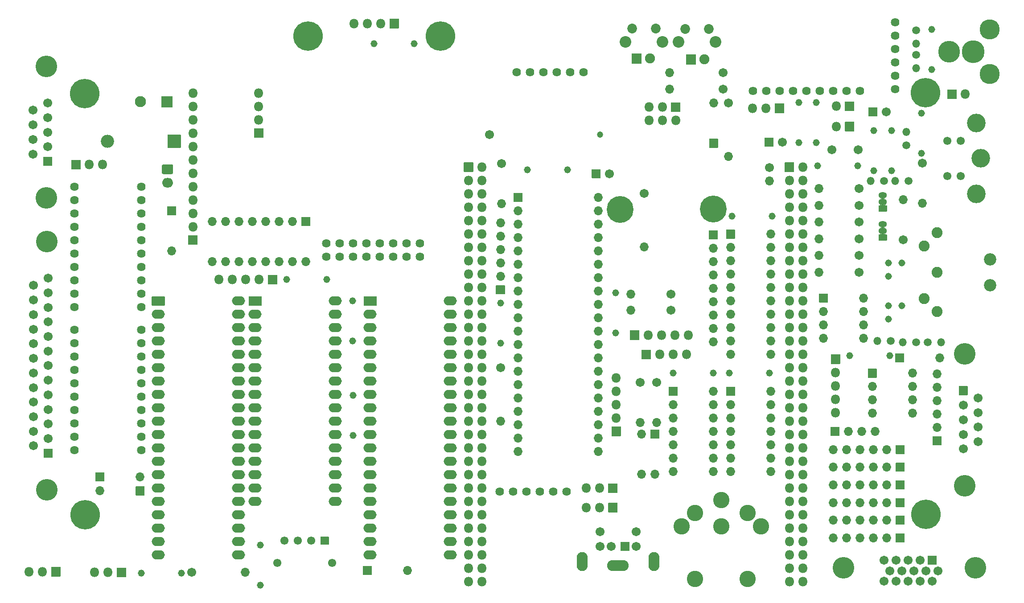
<source format=gbs>
G04 #@! TF.GenerationSoftware,KiCad,Pcbnew,(5.1.7)-1*
G04 #@! TF.CreationDate,2021-12-19T02:36:46+01:00*
G04 #@! TF.ProjectId,CR-VERSION,43522d56-4552-4534-994f-4e2e6b696361,rev?*
G04 #@! TF.SameCoordinates,Original*
G04 #@! TF.FileFunction,Soldermask,Bot*
G04 #@! TF.FilePolarity,Negative*
%FSLAX46Y46*%
G04 Gerber Fmt 4.6, Leading zero omitted, Abs format (unit mm)*
G04 Created by KiCad (PCBNEW (5.1.7)-1) date 2021-12-19 02:36:46*
%MOMM*%
%LPD*%
G01*
G04 APERTURE LIST*
%ADD10C,3.537000*%
%ADD11C,1.548000*%
%ADD12O,1.702000X1.702000*%
%ADD13O,1.802000X1.802000*%
%ADD14C,1.319000*%
%ADD15C,1.702000*%
%ADD16O,1.502000X1.502000*%
%ADD17C,1.502000*%
%ADD18C,1.552000*%
%ADD19C,2.352000*%
%ADD20C,2.082000*%
%ADD21C,1.626000*%
%ADD22C,4.102000*%
%ADD23C,2.102000*%
%ADD24O,2.502000X1.702000*%
%ADD25O,2.102000X1.802000*%
%ADD26C,3.822000*%
%ADD27C,4.137000*%
%ADD28C,4.332000*%
%ADD29C,1.316000*%
%ADD30O,1.602000X1.152000*%
%ADD31O,2.502000X2.502000*%
%ADD32C,5.102000*%
%ADD33C,5.602000*%
%ADD34C,3.102000*%
%ADD35C,2.202000*%
%ADD36C,1.852000*%
%ADD37C,1.902000*%
%ADD38O,4.102000X2.102000*%
%ADD39O,2.102000X3.602000*%
%ADD40C,1.202000*%
%ADD41C,0.100000*%
G04 APERTURE END LIST*
D10*
X254823000Y-73092000D03*
X254823000Y-59572000D03*
X255633000Y-66332000D03*
D11*
X249333000Y-62982000D03*
X249333000Y-69682000D03*
X251823000Y-62982000D03*
X251823000Y-69682000D03*
D12*
X95994000Y-126832000D03*
G36*
G01*
X87523000Y-127632000D02*
X87523000Y-126032000D01*
G75*
G02*
X87574000Y-125981000I51000J0D01*
G01*
X89174000Y-125981000D01*
G75*
G02*
X89225000Y-126032000I0J-51000D01*
G01*
X89225000Y-127632000D01*
G75*
G02*
X89174000Y-127683000I-51000J0D01*
G01*
X87574000Y-127683000D01*
G75*
G02*
X87523000Y-127632000I0J51000D01*
G01*
G37*
D13*
X88882000Y-67523000D03*
X86342000Y-67523000D03*
G36*
G01*
X84652000Y-68424000D02*
X82952000Y-68424000D01*
G75*
G02*
X82901000Y-68373000I0J51000D01*
G01*
X82901000Y-66673000D01*
G75*
G02*
X82952000Y-66622000I51000J0D01*
G01*
X84652000Y-66622000D01*
G75*
G02*
X84703000Y-66673000I0J-51000D01*
G01*
X84703000Y-68373000D01*
G75*
G02*
X84652000Y-68424000I-51000J0D01*
G01*
G37*
X228201000Y-56410500D03*
G36*
G01*
X229891000Y-55509500D02*
X231591000Y-55509500D01*
G75*
G02*
X231642000Y-55560500I0J-51000D01*
G01*
X231642000Y-57260500D01*
G75*
G02*
X231591000Y-57311500I-51000J0D01*
G01*
X229891000Y-57311500D01*
G75*
G02*
X229840000Y-57260500I0J51000D01*
G01*
X229840000Y-55560500D01*
G75*
G02*
X229891000Y-55509500I51000J0D01*
G01*
G37*
X74912000Y-144866000D03*
X77452000Y-144866000D03*
G36*
G01*
X79142000Y-143965000D02*
X80842000Y-143965000D01*
G75*
G02*
X80893000Y-144016000I0J-51000D01*
G01*
X80893000Y-145716000D01*
G75*
G02*
X80842000Y-145767000I-51000J0D01*
G01*
X79142000Y-145767000D01*
G75*
G02*
X79091000Y-145716000I0J51000D01*
G01*
X79091000Y-144016000D01*
G75*
G02*
X79142000Y-143965000I51000J0D01*
G01*
G37*
X87358000Y-144993000D03*
X89898000Y-144993000D03*
G36*
G01*
X91588000Y-144092000D02*
X93288000Y-144092000D01*
G75*
G02*
X93339000Y-144143000I0J-51000D01*
G01*
X93339000Y-145843000D01*
G75*
G02*
X93288000Y-145894000I-51000J0D01*
G01*
X91588000Y-145894000D01*
G75*
G02*
X91537000Y-145843000I0J51000D01*
G01*
X91537000Y-144143000D01*
G75*
G02*
X91588000Y-144092000I51000J0D01*
G01*
G37*
X110980000Y-89367000D03*
X113520000Y-89367000D03*
X116060000Y-89367000D03*
X118600000Y-89367000D03*
G36*
G01*
X120290000Y-88466000D02*
X121990000Y-88466000D01*
G75*
G02*
X122041000Y-88517000I0J-51000D01*
G01*
X122041000Y-90217000D01*
G75*
G02*
X121990000Y-90268000I-51000J0D01*
G01*
X120290000Y-90268000D01*
G75*
G02*
X120239000Y-90217000I0J51000D01*
G01*
X120239000Y-88517000D01*
G75*
G02*
X120290000Y-88466000I51000J0D01*
G01*
G37*
D12*
X127490000Y-85938000D03*
X109710000Y-78318000D03*
X124950000Y-85938000D03*
X112250000Y-78318000D03*
X122410000Y-85938000D03*
X114790000Y-78318000D03*
X119870000Y-85938000D03*
X117330000Y-78318000D03*
X117330000Y-85938000D03*
X119870000Y-78318000D03*
X114790000Y-85938000D03*
X122410000Y-78318000D03*
X112250000Y-85938000D03*
X124950000Y-78318000D03*
X109710000Y-85938000D03*
G36*
G01*
X126690000Y-77467000D02*
X128290000Y-77467000D01*
G75*
G02*
X128341000Y-77518000I0J-51000D01*
G01*
X128341000Y-79118000D01*
G75*
G02*
X128290000Y-79169000I-51000J0D01*
G01*
X126690000Y-79169000D01*
G75*
G02*
X126639000Y-79118000I0J51000D01*
G01*
X126639000Y-77518000D01*
G75*
G02*
X126690000Y-77467000I51000J0D01*
G01*
G37*
X101963000Y-83906000D03*
G36*
G01*
X101163000Y-75435000D02*
X102763000Y-75435000D01*
G75*
G02*
X102814000Y-75486000I0J-51000D01*
G01*
X102814000Y-77086000D01*
G75*
G02*
X102763000Y-77137000I-51000J0D01*
G01*
X101163000Y-77137000D01*
G75*
G02*
X101112000Y-77086000I0J51000D01*
G01*
X101112000Y-75486000D01*
G75*
G02*
X101163000Y-75435000I51000J0D01*
G01*
G37*
X88374000Y-129499000D03*
G36*
G01*
X96845000Y-128699000D02*
X96845000Y-130299000D01*
G75*
G02*
X96794000Y-130350000I-51000J0D01*
G01*
X95194000Y-130350000D01*
G75*
G02*
X95143000Y-130299000I0J51000D01*
G01*
X95143000Y-128699000D01*
G75*
G02*
X95194000Y-128648000I51000J0D01*
G01*
X96794000Y-128648000D01*
G75*
G02*
X96845000Y-128699000I0J-51000D01*
G01*
G37*
D14*
X123807000Y-89367000D03*
X131427000Y-89367000D03*
D15*
X232337400Y-64703600D03*
X227337400Y-64703600D03*
D13*
X228201000Y-60284000D03*
G36*
G01*
X229891000Y-59383000D02*
X231591000Y-59383000D01*
G75*
G02*
X231642000Y-59434000I0J-51000D01*
G01*
X231642000Y-61134000D01*
G75*
G02*
X231591000Y-61185000I-51000J0D01*
G01*
X229891000Y-61185000D01*
G75*
G02*
X229840000Y-61134000I0J51000D01*
G01*
X229840000Y-59434000D01*
G75*
G02*
X229891000Y-59383000I51000J0D01*
G01*
G37*
D16*
X243377500Y-49235000D03*
D17*
X243377500Y-46695000D03*
D16*
X243377500Y-44536000D03*
D17*
X243377500Y-41996000D03*
D16*
X241536000Y-61300000D03*
D17*
X241536000Y-63840000D03*
D13*
X252712000Y-54124500D03*
G36*
G01*
X251022000Y-55025500D02*
X249322000Y-55025500D01*
G75*
G02*
X249271000Y-54974500I0J51000D01*
G01*
X249271000Y-53274500D01*
G75*
G02*
X249322000Y-53223500I51000J0D01*
G01*
X251022000Y-53223500D01*
G75*
G02*
X251073000Y-53274500I0J-51000D01*
G01*
X251073000Y-54974500D01*
G75*
G02*
X251022000Y-55025500I-51000J0D01*
G01*
G37*
D16*
X239377000Y-70634500D03*
D17*
X241917000Y-70634500D03*
D16*
X234741500Y-70634500D03*
D17*
X237281500Y-70634500D03*
D16*
X240837500Y-101305000D03*
D17*
X243377500Y-101305000D03*
D16*
X236011500Y-100987500D03*
D17*
X238551500Y-100987500D03*
D16*
X248076500Y-101305000D03*
D17*
X245536500Y-101305000D03*
G36*
G01*
X131771000Y-139731999D02*
X130321000Y-139731999D01*
G75*
G02*
X130270000Y-139680999I0J51000D01*
G01*
X130270000Y-138230999D01*
G75*
G02*
X130321000Y-138179999I51000J0D01*
G01*
X131771000Y-138179999D01*
G75*
G02*
X131822000Y-138230999I0J-51000D01*
G01*
X131822000Y-139680999D01*
G75*
G02*
X131771000Y-139731999I-51000J0D01*
G01*
G37*
D18*
X128506000Y-138955999D03*
X125966000Y-138955999D03*
X123426000Y-138955999D03*
X122036000Y-143156001D03*
X132436000Y-143156001D03*
D12*
X233408000Y-92859500D03*
X225788000Y-100479500D03*
X233408000Y-95399500D03*
X225788000Y-97939500D03*
X233408000Y-97939500D03*
X225788000Y-95399500D03*
X233408000Y-100479500D03*
G36*
G01*
X224937000Y-93659500D02*
X224937000Y-92059500D01*
G75*
G02*
X224988000Y-92008500I51000J0D01*
G01*
X226588000Y-92008500D01*
G75*
G02*
X226639000Y-92059500I0J-51000D01*
G01*
X226639000Y-93659500D01*
G75*
G02*
X226588000Y-93710500I-51000J0D01*
G01*
X224988000Y-93710500D01*
G75*
G02*
X224937000Y-93659500I0J51000D01*
G01*
G37*
X247886000Y-104226000D03*
G36*
G01*
X239415000Y-105026000D02*
X239415000Y-103426000D01*
G75*
G02*
X239466000Y-103375000I51000J0D01*
G01*
X241066000Y-103375000D01*
G75*
G02*
X241117000Y-103426000I0J-51000D01*
G01*
X241117000Y-105026000D01*
G75*
G02*
X241066000Y-105077000I-51000J0D01*
G01*
X239466000Y-105077000D01*
G75*
G02*
X239415000Y-105026000I0J51000D01*
G01*
G37*
D19*
X257388000Y-90457000D03*
X257388000Y-85477000D03*
D20*
X244888000Y-92967000D03*
X244888000Y-82967000D03*
X247378000Y-95457000D03*
X247378000Y-87967000D03*
X247378000Y-80477000D03*
D21*
X149163000Y-85031000D03*
X149163000Y-82491000D03*
X146623000Y-85031000D03*
X146623000Y-82491000D03*
X144083000Y-85031000D03*
X144083000Y-82491000D03*
X141543000Y-85031000D03*
X141543000Y-82491000D03*
X139003000Y-85031000D03*
X139003000Y-82491000D03*
X136463000Y-85031000D03*
X136463000Y-82491000D03*
X133923000Y-85031000D03*
X133923000Y-82491000D03*
X131383000Y-85031000D03*
X131383000Y-82491000D03*
D22*
X252631000Y-103489000D03*
X252631000Y-128489000D03*
D15*
X255171000Y-120144000D03*
X255171000Y-117374000D03*
X255171000Y-114604000D03*
X255171000Y-111834000D03*
X252331000Y-121529000D03*
X252331000Y-118759000D03*
X252331000Y-115989000D03*
X252331000Y-113219000D03*
G36*
G01*
X253131000Y-111300000D02*
X251531000Y-111300000D01*
G75*
G02*
X251480000Y-111249000I0J51000D01*
G01*
X251480000Y-109649000D01*
G75*
G02*
X251531000Y-109598000I51000J0D01*
G01*
X253131000Y-109598000D01*
G75*
G02*
X253182000Y-109649000I0J-51000D01*
G01*
X253182000Y-111249000D01*
G75*
G02*
X253131000Y-111300000I-51000J0D01*
G01*
G37*
D12*
X247378000Y-107274000D03*
X247378000Y-109814000D03*
X247378000Y-112354000D03*
X247378000Y-114894000D03*
X247378000Y-117434000D03*
G36*
G01*
X248178000Y-120825000D02*
X246578000Y-120825000D01*
G75*
G02*
X246527000Y-120774000I0J51000D01*
G01*
X246527000Y-119174000D01*
G75*
G02*
X246578000Y-119123000I51000J0D01*
G01*
X248178000Y-119123000D01*
G75*
G02*
X248229000Y-119174000I0J-51000D01*
G01*
X248229000Y-120774000D01*
G75*
G02*
X248178000Y-120825000I-51000J0D01*
G01*
G37*
D22*
X254598000Y-144104000D03*
X229598000Y-144104000D03*
D15*
X237253000Y-146644000D03*
X239543000Y-146644000D03*
X241833000Y-146644000D03*
X244123000Y-146644000D03*
X246413000Y-146644000D03*
X238398000Y-144664000D03*
X240688000Y-144664000D03*
X242978000Y-144664000D03*
X245268000Y-144664000D03*
X247558000Y-144664000D03*
X237253000Y-142684000D03*
X239543000Y-142684000D03*
X241833000Y-142684000D03*
X244123000Y-142684000D03*
G36*
G01*
X245562000Y-143484000D02*
X245562000Y-141884000D01*
G75*
G02*
X245613000Y-141833000I51000J0D01*
G01*
X247213000Y-141833000D01*
G75*
G02*
X247264000Y-141884000I0J-51000D01*
G01*
X247264000Y-143484000D01*
G75*
G02*
X247213000Y-143535000I-51000J0D01*
G01*
X245613000Y-143535000D01*
G75*
G02*
X245562000Y-143484000I0J51000D01*
G01*
G37*
D14*
X140444000Y-44536000D03*
X148064000Y-44536000D03*
D13*
X136634000Y-40726000D03*
X139174000Y-40726000D03*
X141714000Y-40726000D03*
G36*
G01*
X145104000Y-41627000D02*
X143404000Y-41627000D01*
G75*
G02*
X143353000Y-41576000I0J51000D01*
G01*
X143353000Y-39876000D01*
G75*
G02*
X143404000Y-39825000I51000J0D01*
G01*
X145104000Y-39825000D01*
G75*
G02*
X145155000Y-39876000I0J-51000D01*
G01*
X145155000Y-41576000D01*
G75*
G02*
X145104000Y-41627000I-51000J0D01*
G01*
G37*
D23*
X96074000Y-55585000D03*
G36*
G01*
X102125000Y-54585000D02*
X102125000Y-56585000D01*
G75*
G02*
X102074000Y-56636000I-51000J0D01*
G01*
X100074000Y-56636000D01*
G75*
G02*
X100023000Y-56585000I0J51000D01*
G01*
X100023000Y-54585000D01*
G75*
G02*
X100074000Y-54534000I51000J0D01*
G01*
X102074000Y-54534000D01*
G75*
G02*
X102125000Y-54585000I0J-51000D01*
G01*
G37*
D14*
X238742000Y-61046000D03*
X238742000Y-68666000D03*
D15*
X237686000Y-57490000D03*
G36*
G01*
X234335000Y-58290000D02*
X234335000Y-56690000D01*
G75*
G02*
X234386000Y-56639000I51000J0D01*
G01*
X235986000Y-56639000D01*
G75*
G02*
X236037000Y-56690000I0J-51000D01*
G01*
X236037000Y-58290000D01*
G75*
G02*
X235986000Y-58341000I-51000J0D01*
G01*
X234386000Y-58341000D01*
G75*
G02*
X234335000Y-58290000I0J51000D01*
G01*
G37*
D14*
X235313000Y-61046000D03*
X235313000Y-68666000D03*
X136380000Y-101051000D03*
X136380000Y-93431000D03*
D24*
X154922000Y-93431000D03*
X139682000Y-141691000D03*
X154922000Y-95971000D03*
X139682000Y-139151000D03*
X154922000Y-98511000D03*
X139682000Y-136611000D03*
X154922000Y-101051000D03*
X139682000Y-134071000D03*
X154922000Y-103591000D03*
X139682000Y-131531000D03*
X154922000Y-106131000D03*
X139682000Y-128991000D03*
X154922000Y-108671000D03*
X139682000Y-126451000D03*
X154922000Y-111211000D03*
X139682000Y-123911000D03*
X154922000Y-113751000D03*
X139682000Y-121371000D03*
X154922000Y-116291000D03*
X139682000Y-118831000D03*
X154922000Y-118831000D03*
X139682000Y-116291000D03*
X154922000Y-121371000D03*
X139682000Y-113751000D03*
X154922000Y-123911000D03*
X139682000Y-111211000D03*
X154922000Y-126451000D03*
X139682000Y-108671000D03*
X154922000Y-128991000D03*
X139682000Y-106131000D03*
X154922000Y-131531000D03*
X139682000Y-103591000D03*
X154922000Y-134071000D03*
X139682000Y-101051000D03*
X154922000Y-136611000D03*
X139682000Y-98511000D03*
X154922000Y-139151000D03*
X139682000Y-95971000D03*
X154922000Y-141691000D03*
G36*
G01*
X138431000Y-94231000D02*
X138431000Y-92631000D01*
G75*
G02*
X138482000Y-92580000I51000J0D01*
G01*
X140882000Y-92580000D01*
G75*
G02*
X140933000Y-92631000I0J-51000D01*
G01*
X140933000Y-94231000D01*
G75*
G02*
X140882000Y-94282000I-51000J0D01*
G01*
X138482000Y-94282000D01*
G75*
G02*
X138431000Y-94231000I0J51000D01*
G01*
G37*
X114663000Y-93431000D03*
X99423000Y-141691000D03*
X114663000Y-95971000D03*
X99423000Y-139151000D03*
X114663000Y-98511000D03*
X99423000Y-136611000D03*
X114663000Y-101051000D03*
X99423000Y-134071000D03*
X114663000Y-103591000D03*
X99423000Y-131531000D03*
X114663000Y-106131000D03*
X99423000Y-128991000D03*
X114663000Y-108671000D03*
X99423000Y-126451000D03*
X114663000Y-111211000D03*
X99423000Y-123911000D03*
X114663000Y-113751000D03*
X99423000Y-121371000D03*
X114663000Y-116291000D03*
X99423000Y-118831000D03*
X114663000Y-118831000D03*
X99423000Y-116291000D03*
X114663000Y-121371000D03*
X99423000Y-113751000D03*
X114663000Y-123911000D03*
X99423000Y-111211000D03*
X114663000Y-126451000D03*
X99423000Y-108671000D03*
X114663000Y-128991000D03*
X99423000Y-106131000D03*
X114663000Y-131531000D03*
X99423000Y-103591000D03*
X114663000Y-134071000D03*
X99423000Y-101051000D03*
X114663000Y-136611000D03*
X99423000Y-98511000D03*
X114663000Y-139151000D03*
X99423000Y-95971000D03*
X114663000Y-141691000D03*
G36*
G01*
X98172000Y-94231000D02*
X98172000Y-92631000D01*
G75*
G02*
X98223000Y-92580000I51000J0D01*
G01*
X100623000Y-92580000D01*
G75*
G02*
X100674000Y-92631000I0J-51000D01*
G01*
X100674000Y-94231000D01*
G75*
G02*
X100623000Y-94282000I-51000J0D01*
G01*
X98223000Y-94282000D01*
G75*
G02*
X98172000Y-94231000I0J51000D01*
G01*
G37*
X133078000Y-93431000D03*
X117838000Y-131531000D03*
X133078000Y-95971000D03*
X117838000Y-128991000D03*
X133078000Y-98511000D03*
X117838000Y-126451000D03*
X133078000Y-101051000D03*
X117838000Y-123911000D03*
X133078000Y-103591000D03*
X117838000Y-121371000D03*
X133078000Y-106131000D03*
X117838000Y-118831000D03*
X133078000Y-108671000D03*
X117838000Y-116291000D03*
X133078000Y-111211000D03*
X117838000Y-113751000D03*
X133078000Y-113751000D03*
X117838000Y-111211000D03*
X133078000Y-116291000D03*
X117838000Y-108671000D03*
X133078000Y-118831000D03*
X117838000Y-106131000D03*
X133078000Y-121371000D03*
X117838000Y-103591000D03*
X133078000Y-123911000D03*
X117838000Y-101051000D03*
X133078000Y-126451000D03*
X117838000Y-98511000D03*
X133078000Y-128991000D03*
X117838000Y-95971000D03*
X133078000Y-131531000D03*
G36*
G01*
X116587000Y-94231000D02*
X116587000Y-92631000D01*
G75*
G02*
X116638000Y-92580000I51000J0D01*
G01*
X119038000Y-92580000D01*
G75*
G02*
X119089000Y-92631000I0J-51000D01*
G01*
X119089000Y-94231000D01*
G75*
G02*
X119038000Y-94282000I-51000J0D01*
G01*
X116638000Y-94282000D01*
G75*
G02*
X116587000Y-94231000I0J51000D01*
G01*
G37*
D14*
X177150000Y-68480000D03*
X169530000Y-68480000D03*
X96248000Y-145120000D03*
X103868000Y-145120000D03*
D13*
X228074000Y-114640000D03*
X228074000Y-112100000D03*
X228074000Y-109560000D03*
X228074000Y-107020000D03*
G36*
G01*
X227173000Y-105330000D02*
X227173000Y-103630000D01*
G75*
G02*
X227224000Y-103579000I51000J0D01*
G01*
X228924000Y-103579000D01*
G75*
G02*
X228975000Y-103630000I0J-51000D01*
G01*
X228975000Y-105330000D01*
G75*
G02*
X228924000Y-105381000I-51000J0D01*
G01*
X227224000Y-105381000D01*
G75*
G02*
X227173000Y-105330000I0J51000D01*
G01*
G37*
D14*
X118854000Y-139786000D03*
X118854000Y-147406000D03*
D25*
X101201000Y-70912000D03*
G36*
G01*
X100415000Y-67511000D02*
X101987000Y-67511000D01*
G75*
G02*
X102252000Y-67776000I0J-265000D01*
G01*
X102252000Y-69048000D01*
G75*
G02*
X101987000Y-69313000I-265000J0D01*
G01*
X100415000Y-69313000D01*
G75*
G02*
X100150000Y-69048000I0J265000D01*
G01*
X100150000Y-67776000D01*
G75*
G02*
X100415000Y-67511000I265000J0D01*
G01*
G37*
G36*
G01*
X227096000Y-118996000D02*
X227096000Y-117396000D01*
G75*
G02*
X227147000Y-117345000I51000J0D01*
G01*
X228747000Y-117345000D01*
G75*
G02*
X228798000Y-117396000I0J-51000D01*
G01*
X228798000Y-118996000D01*
G75*
G02*
X228747000Y-119047000I-51000J0D01*
G01*
X227147000Y-119047000D01*
G75*
G02*
X227096000Y-118996000I0J51000D01*
G01*
G37*
D12*
X230487000Y-118196000D03*
X233027000Y-118196000D03*
X235567000Y-118196000D03*
D21*
X83548000Y-92034000D03*
X83548000Y-94574000D03*
X83548000Y-89494000D03*
X83548000Y-86954000D03*
X83548000Y-84414000D03*
X83548000Y-81874000D03*
X83548000Y-79334000D03*
X83548000Y-76794000D03*
X83548000Y-74254000D03*
X83548000Y-71714000D03*
X96248000Y-71714000D03*
X96248000Y-74254000D03*
X96248000Y-76794000D03*
X96248000Y-79334000D03*
X96248000Y-81874000D03*
X96248000Y-84414000D03*
X96248000Y-86954000D03*
X96248000Y-89494000D03*
X96248000Y-94574000D03*
X96248000Y-92034000D03*
X83548000Y-119212000D03*
X83548000Y-121752000D03*
X83548000Y-116672000D03*
X83548000Y-114132000D03*
X83548000Y-111592000D03*
X83548000Y-109052000D03*
X83548000Y-106512000D03*
X83548000Y-103972000D03*
X83548000Y-101432000D03*
X83548000Y-98892000D03*
X96248000Y-98892000D03*
X96248000Y-101432000D03*
X96248000Y-103972000D03*
X96248000Y-106512000D03*
X96248000Y-109052000D03*
X96248000Y-111592000D03*
X96248000Y-114132000D03*
X96248000Y-116672000D03*
X96248000Y-121752000D03*
X96248000Y-119212000D03*
D26*
X257322500Y-50310000D03*
X257322500Y-41810000D03*
D27*
X249672500Y-46060000D03*
D28*
X254172500Y-46060000D03*
D29*
X240647000Y-94320000D03*
X238107000Y-94320000D03*
X238107000Y-96860000D03*
X240647000Y-86192000D03*
X238107000Y-86192000D03*
X238107000Y-88732000D03*
D12*
X224899000Y-87970000D03*
D15*
X232519000Y-87970000D03*
D12*
X224899000Y-84795000D03*
D15*
X232519000Y-84795000D03*
D12*
X244520500Y-74825500D03*
D15*
X244520500Y-67205500D03*
D12*
X240901000Y-74190500D03*
D15*
X240901000Y-81810500D03*
D12*
X224899000Y-81620000D03*
D15*
X232519000Y-81620000D03*
D12*
X224899000Y-78445000D03*
D15*
X232519000Y-78445000D03*
D12*
X224899000Y-75270000D03*
D15*
X232519000Y-75270000D03*
D12*
X224899000Y-72095000D03*
D15*
X232519000Y-72095000D03*
G36*
G01*
X237777500Y-81942000D02*
X236277500Y-81942000D01*
G75*
G02*
X236226500Y-81891000I0J51000D01*
G01*
X236226500Y-80841000D01*
G75*
G02*
X236277500Y-80790000I51000J0D01*
G01*
X237777500Y-80790000D01*
G75*
G02*
X237828500Y-80841000I0J-51000D01*
G01*
X237828500Y-81891000D01*
G75*
G02*
X237777500Y-81942000I-51000J0D01*
G01*
G37*
D30*
X237027500Y-78826000D03*
X237027500Y-80096000D03*
G36*
G01*
X237777500Y-76417500D02*
X236277500Y-76417500D01*
G75*
G02*
X236226500Y-76366500I0J51000D01*
G01*
X236226500Y-75316500D01*
G75*
G02*
X236277500Y-75265500I51000J0D01*
G01*
X237777500Y-75265500D01*
G75*
G02*
X237828500Y-75316500I0J-51000D01*
G01*
X237828500Y-76366500D01*
G75*
G02*
X237777500Y-76417500I-51000J0D01*
G01*
G37*
X237027500Y-73301500D03*
X237027500Y-74571500D03*
D14*
X244393500Y-57744000D03*
X244393500Y-65364000D03*
X246298500Y-49489000D03*
X246298500Y-41869000D03*
X224645000Y-67777000D03*
X232265000Y-67777000D03*
D21*
X180195000Y-49997000D03*
X177655000Y-49997000D03*
X175115000Y-49997000D03*
X172575000Y-49997000D03*
X170035000Y-49997000D03*
X167495000Y-49997000D03*
D14*
X204833000Y-107147000D03*
X197213000Y-107147000D03*
X215501000Y-107147000D03*
X207881000Y-107147000D03*
X238361000Y-103845000D03*
X230741000Y-103845000D03*
X216021700Y-77302000D03*
X208401700Y-77302000D03*
D12*
X182989000Y-73746000D03*
X167749000Y-122006000D03*
X182989000Y-76286000D03*
X167749000Y-119466000D03*
X182989000Y-78826000D03*
X167749000Y-116926000D03*
X182989000Y-81366000D03*
X167749000Y-114386000D03*
X182989000Y-83906000D03*
X167749000Y-111846000D03*
X182989000Y-86446000D03*
X167749000Y-109306000D03*
X182989000Y-88986000D03*
X167749000Y-106766000D03*
X182989000Y-91526000D03*
X167749000Y-104226000D03*
X182989000Y-94066000D03*
X167749000Y-101686000D03*
X182989000Y-96606000D03*
X167749000Y-99146000D03*
X182989000Y-99146000D03*
X167749000Y-96606000D03*
X182989000Y-101686000D03*
X167749000Y-94066000D03*
X182989000Y-104226000D03*
X167749000Y-91526000D03*
X182989000Y-106766000D03*
X167749000Y-88986000D03*
X182989000Y-109306000D03*
X167749000Y-86446000D03*
X182989000Y-111846000D03*
X167749000Y-83906000D03*
X182989000Y-114386000D03*
X167749000Y-81366000D03*
X182989000Y-116926000D03*
X167749000Y-78826000D03*
X182989000Y-119466000D03*
X167749000Y-76286000D03*
X182989000Y-122006000D03*
G36*
G01*
X166898000Y-74546000D02*
X166898000Y-72946000D01*
G75*
G02*
X166949000Y-72895000I51000J0D01*
G01*
X168549000Y-72895000D01*
G75*
G02*
X168600000Y-72946000I0J-51000D01*
G01*
X168600000Y-74546000D01*
G75*
G02*
X168549000Y-74597000I-51000J0D01*
G01*
X166949000Y-74597000D01*
G75*
G02*
X166898000Y-74546000I0J51000D01*
G01*
G37*
D31*
X89771000Y-63078000D03*
G36*
G01*
X103722000Y-61878000D02*
X103722000Y-64278000D01*
G75*
G02*
X103671000Y-64329000I-51000J0D01*
G01*
X101271000Y-64329000D01*
G75*
G02*
X101220000Y-64278000I0J51000D01*
G01*
X101220000Y-61878000D01*
G75*
G02*
X101271000Y-61827000I51000J0D01*
G01*
X103671000Y-61827000D01*
G75*
G02*
X103722000Y-61878000I0J-51000D01*
G01*
G37*
D22*
X78168000Y-73848000D03*
X78168000Y-48848000D03*
D15*
X75628000Y-57193000D03*
X75628000Y-59963000D03*
X75628000Y-62733000D03*
X75628000Y-65503000D03*
X78468000Y-55808000D03*
X78468000Y-58578000D03*
X78468000Y-61348000D03*
X78468000Y-64118000D03*
G36*
G01*
X77668000Y-66037000D02*
X79268000Y-66037000D01*
G75*
G02*
X79319000Y-66088000I0J-51000D01*
G01*
X79319000Y-67688000D01*
G75*
G02*
X79268000Y-67739000I-51000J0D01*
G01*
X77668000Y-67739000D01*
G75*
G02*
X77617000Y-67688000I0J51000D01*
G01*
X77617000Y-66088000D01*
G75*
G02*
X77668000Y-66037000I51000J0D01*
G01*
G37*
D12*
X164421600Y-78610100D03*
X164421600Y-81150100D03*
X164421600Y-83690100D03*
X164421600Y-86230100D03*
X164421600Y-88770100D03*
G36*
G01*
X165221600Y-92161100D02*
X163621600Y-92161100D01*
G75*
G02*
X163570600Y-92110100I0J51000D01*
G01*
X163570600Y-90510100D01*
G75*
G02*
X163621600Y-90459100I51000J0D01*
G01*
X165221600Y-90459100D01*
G75*
G02*
X165272600Y-90510100I0J-51000D01*
G01*
X165272600Y-92110100D01*
G75*
G02*
X165221600Y-92161100I-51000J0D01*
G01*
G37*
X146794000Y-144612000D03*
G36*
G01*
X138323000Y-145412000D02*
X138323000Y-143812000D01*
G75*
G02*
X138374000Y-143761000I51000J0D01*
G01*
X139974000Y-143761000D01*
G75*
G02*
X140025000Y-143812000I0J-51000D01*
G01*
X140025000Y-145412000D01*
G75*
G02*
X139974000Y-145463000I-51000J0D01*
G01*
X138374000Y-145463000D01*
G75*
G02*
X138323000Y-145412000I0J51000D01*
G01*
G37*
D14*
X136405400Y-111338000D03*
X136405400Y-118958000D03*
D12*
X164637500Y-74952500D03*
D15*
X164637500Y-67332500D03*
D32*
X187180000Y-76032000D03*
X204833000Y-75968500D03*
D12*
X189212000Y-92161000D03*
D15*
X196832000Y-92161000D03*
D12*
X189212000Y-95209000D03*
D15*
X196832000Y-95209000D03*
D13*
X199753000Y-103591000D03*
X197213000Y-103591000D03*
X194673000Y-103591000D03*
G36*
G01*
X192983000Y-104492000D02*
X191283000Y-104492000D01*
G75*
G02*
X191232000Y-104441000I0J51000D01*
G01*
X191232000Y-102741000D01*
G75*
G02*
X191283000Y-102690000I51000J0D01*
G01*
X192983000Y-102690000D01*
G75*
G02*
X193034000Y-102741000I0J-51000D01*
G01*
X193034000Y-104441000D01*
G75*
G02*
X192983000Y-104492000I-51000J0D01*
G01*
G37*
X200070500Y-99908000D03*
X197530500Y-99908000D03*
X194990500Y-99908000D03*
X192450500Y-99908000D03*
G36*
G01*
X190760500Y-100809000D02*
X189060500Y-100809000D01*
G75*
G02*
X189009500Y-100758000I0J51000D01*
G01*
X189009500Y-99058000D01*
G75*
G02*
X189060500Y-99007000I51000J0D01*
G01*
X190760500Y-99007000D01*
G75*
G02*
X190811500Y-99058000I0J-51000D01*
G01*
X190811500Y-100758000D01*
G75*
G02*
X190760500Y-100809000I-51000J0D01*
G01*
G37*
D12*
X190990000Y-116481500D03*
D15*
X190990000Y-108861500D03*
D12*
X194101500Y-116481500D03*
D15*
X194101500Y-108861500D03*
G36*
G01*
X187319000Y-117346000D02*
X187319000Y-119046000D01*
G75*
G02*
X187268000Y-119097000I-51000J0D01*
G01*
X185568000Y-119097000D01*
G75*
G02*
X185517000Y-119046000I0J51000D01*
G01*
X185517000Y-117346000D01*
G75*
G02*
X185568000Y-117295000I51000J0D01*
G01*
X187268000Y-117295000D01*
G75*
G02*
X187319000Y-117346000I0J-51000D01*
G01*
G37*
D13*
X186418000Y-115656000D03*
X186418000Y-113116000D03*
X186418000Y-110576000D03*
X186418000Y-108036000D03*
D14*
X186291000Y-99527000D03*
X186291000Y-91907000D03*
X164447000Y-93812000D03*
X164447000Y-101432000D03*
D33*
X245160000Y-53890000D03*
D12*
X193784000Y-126324000D03*
X191244000Y-118704000D03*
X191244000Y-126324000D03*
G36*
G01*
X192984000Y-117853000D02*
X194584000Y-117853000D01*
G75*
G02*
X194635000Y-117904000I0J-51000D01*
G01*
X194635000Y-119504000D01*
G75*
G02*
X194584000Y-119555000I-51000J0D01*
G01*
X192984000Y-119555000D01*
G75*
G02*
X192933000Y-119504000I0J51000D01*
G01*
X192933000Y-117904000D01*
G75*
G02*
X192984000Y-117853000I51000J0D01*
G01*
G37*
X204833000Y-110576000D03*
X197213000Y-125816000D03*
X204833000Y-113116000D03*
X197213000Y-123276000D03*
X204833000Y-115656000D03*
X197213000Y-120736000D03*
X204833000Y-118196000D03*
X197213000Y-118196000D03*
X204833000Y-120736000D03*
X197213000Y-115656000D03*
X204833000Y-123276000D03*
X197213000Y-113116000D03*
X204833000Y-125816000D03*
G36*
G01*
X196362000Y-111376000D02*
X196362000Y-109776000D01*
G75*
G02*
X196413000Y-109725000I51000J0D01*
G01*
X198013000Y-109725000D01*
G75*
G02*
X198064000Y-109776000I0J-51000D01*
G01*
X198064000Y-111376000D01*
G75*
G02*
X198013000Y-111427000I-51000J0D01*
G01*
X196413000Y-111427000D01*
G75*
G02*
X196362000Y-111376000I0J51000D01*
G01*
G37*
D15*
X217950200Y-63230400D03*
G36*
G01*
X214599200Y-64030400D02*
X214599200Y-62430400D01*
G75*
G02*
X214650200Y-62379400I51000J0D01*
G01*
X216250200Y-62379400D01*
G75*
G02*
X216301200Y-62430400I0J-51000D01*
G01*
X216301200Y-64030400D01*
G75*
G02*
X216250200Y-64081400I-51000J0D01*
G01*
X214650200Y-64081400D01*
G75*
G02*
X214599200Y-64030400I0J51000D01*
G01*
G37*
D14*
X224441800Y-63332000D03*
X224441800Y-55712000D03*
X221073760Y-63352320D03*
X221073760Y-55732320D03*
D13*
X212338700Y-56804200D03*
X214878700Y-56804200D03*
G36*
G01*
X216568700Y-55903200D02*
X218268700Y-55903200D01*
G75*
G02*
X218319700Y-55954200I0J-51000D01*
G01*
X218319700Y-57654200D01*
G75*
G02*
X218268700Y-57705200I-51000J0D01*
G01*
X216568700Y-57705200D01*
G75*
G02*
X216517700Y-57654200I0J51000D01*
G01*
X216517700Y-55954200D01*
G75*
G02*
X216568700Y-55903200I51000J0D01*
G01*
G37*
D34*
X211373000Y-146228000D03*
X206373000Y-131228000D03*
X213873000Y-136228000D03*
X211373000Y-133728000D03*
X206373000Y-136228000D03*
X201373000Y-133728000D03*
X198873000Y-136228000D03*
X201373000Y-146228000D03*
D21*
X177020000Y-129626000D03*
X174480000Y-129626000D03*
X171940000Y-129626000D03*
X169400000Y-129626000D03*
X166860000Y-129626000D03*
X164320000Y-129626000D03*
D13*
X180703000Y-128991000D03*
X183243000Y-128991000D03*
G36*
G01*
X184933000Y-128090000D02*
X186633000Y-128090000D01*
G75*
G02*
X186684000Y-128141000I0J-51000D01*
G01*
X186684000Y-129841000D01*
G75*
G02*
X186633000Y-129892000I-51000J0D01*
G01*
X184933000Y-129892000D01*
G75*
G02*
X184882000Y-129841000I0J51000D01*
G01*
X184882000Y-128141000D01*
G75*
G02*
X184933000Y-128090000I51000J0D01*
G01*
G37*
D33*
X153017000Y-43139000D03*
X127871000Y-43139000D03*
X85480000Y-53990000D03*
X245219000Y-133944000D03*
X85540000Y-134050000D03*
D22*
X78231500Y-129253500D03*
X78231500Y-82153500D03*
D15*
X75691500Y-90468500D03*
X75691500Y-93238500D03*
X75691500Y-96008500D03*
X75691500Y-98778500D03*
X75691500Y-101548500D03*
X75691500Y-104318500D03*
X75691500Y-107088500D03*
X75691500Y-109858500D03*
X75691500Y-112628500D03*
X75691500Y-115398500D03*
X75691500Y-118168500D03*
X75691500Y-120938500D03*
X78531500Y-89083500D03*
X78531500Y-91853500D03*
X78531500Y-94623500D03*
X78531500Y-97393500D03*
X78531500Y-100163500D03*
X78531500Y-102933500D03*
X78531500Y-105703500D03*
X78531500Y-108473500D03*
X78531500Y-111243500D03*
X78531500Y-114013500D03*
X78531500Y-116783500D03*
X78531500Y-119553500D03*
G36*
G01*
X77731500Y-121472500D02*
X79331500Y-121472500D01*
G75*
G02*
X79382500Y-121523500I0J-51000D01*
G01*
X79382500Y-123123500D01*
G75*
G02*
X79331500Y-123174500I-51000J0D01*
G01*
X77731500Y-123174500D01*
G75*
G02*
X77680500Y-123123500I0J51000D01*
G01*
X77680500Y-121523500D01*
G75*
G02*
X77731500Y-121472500I51000J0D01*
G01*
G37*
D12*
X207754000Y-65999000D03*
D15*
X207754000Y-55839000D03*
D12*
X164447000Y-116291000D03*
D15*
X164447000Y-106131000D03*
D12*
X115933000Y-144993000D03*
D15*
X105773000Y-144993000D03*
D13*
X180703000Y-132674000D03*
X183243000Y-132674000D03*
G36*
G01*
X184933000Y-131773000D02*
X186633000Y-131773000D01*
G75*
G02*
X186684000Y-131824000I0J-51000D01*
G01*
X186684000Y-133524000D01*
G75*
G02*
X186633000Y-133575000I-51000J0D01*
G01*
X184933000Y-133575000D01*
G75*
G02*
X184882000Y-133524000I0J51000D01*
G01*
X184882000Y-131824000D01*
G75*
G02*
X184933000Y-131773000I51000J0D01*
G01*
G37*
D12*
X215475600Y-70621800D03*
D15*
X215475600Y-68081800D03*
D12*
X204896500Y-55839000D03*
G36*
G01*
X205696500Y-64310000D02*
X204096500Y-64310000D01*
G75*
G02*
X204045500Y-64259000I0J51000D01*
G01*
X204045500Y-62659000D01*
G75*
G02*
X204096500Y-62608000I51000J0D01*
G01*
X205696500Y-62608000D01*
G75*
G02*
X205747500Y-62659000I0J-51000D01*
G01*
X205747500Y-64259000D01*
G75*
G02*
X205696500Y-64310000I-51000J0D01*
G01*
G37*
X215755000Y-110576000D03*
X208135000Y-125816000D03*
X215755000Y-113116000D03*
X208135000Y-123276000D03*
X215755000Y-115656000D03*
X208135000Y-120736000D03*
X215755000Y-118196000D03*
X208135000Y-118196000D03*
X215755000Y-120736000D03*
X208135000Y-115656000D03*
X215755000Y-123276000D03*
X208135000Y-113116000D03*
X215755000Y-125816000D03*
G36*
G01*
X207284000Y-111376000D02*
X207284000Y-109776000D01*
G75*
G02*
X207335000Y-109725000I51000J0D01*
G01*
X208935000Y-109725000D01*
G75*
G02*
X208986000Y-109776000I0J-51000D01*
G01*
X208986000Y-111376000D01*
G75*
G02*
X208935000Y-111427000I-51000J0D01*
G01*
X207335000Y-111427000D01*
G75*
G02*
X207284000Y-111376000I0J51000D01*
G01*
G37*
X204833000Y-101178000D03*
X204833000Y-98638000D03*
X204833000Y-96098000D03*
X204833000Y-93558000D03*
X204833000Y-91018000D03*
X204833000Y-88478000D03*
X204833000Y-85938000D03*
X204833000Y-83398000D03*
G36*
G01*
X204033000Y-80007000D02*
X205633000Y-80007000D01*
G75*
G02*
X205684000Y-80058000I0J-51000D01*
G01*
X205684000Y-81658000D01*
G75*
G02*
X205633000Y-81709000I-51000J0D01*
G01*
X204033000Y-81709000D01*
G75*
G02*
X203982000Y-81658000I0J51000D01*
G01*
X203982000Y-80058000D01*
G75*
G02*
X204033000Y-80007000I51000J0D01*
G01*
G37*
X196578000Y-53172000D03*
D15*
X206738000Y-53172000D03*
D12*
X196578000Y-50060500D03*
D15*
X206738000Y-50060500D03*
D12*
X215755000Y-80731000D03*
X208135000Y-103591000D03*
X215755000Y-83271000D03*
X208135000Y-101051000D03*
X215755000Y-85811000D03*
X208135000Y-98511000D03*
X215755000Y-88351000D03*
X208135000Y-95971000D03*
X215755000Y-90891000D03*
X208135000Y-93431000D03*
X215755000Y-93431000D03*
X208135000Y-90891000D03*
X215755000Y-95971000D03*
X208135000Y-88351000D03*
X215755000Y-98511000D03*
X208135000Y-85811000D03*
X215755000Y-101051000D03*
X208135000Y-83271000D03*
X215755000Y-103591000D03*
G36*
G01*
X207284000Y-81531000D02*
X207284000Y-79931000D01*
G75*
G02*
X207335000Y-79880000I51000J0D01*
G01*
X208935000Y-79880000D01*
G75*
G02*
X208986000Y-79931000I0J-51000D01*
G01*
X208986000Y-81531000D01*
G75*
G02*
X208935000Y-81582000I-51000J0D01*
G01*
X207335000Y-81582000D01*
G75*
G02*
X207284000Y-81531000I0J51000D01*
G01*
G37*
X191688500Y-83144000D03*
D15*
X191688500Y-72984000D03*
D21*
X212351400Y-53553000D03*
X214891400Y-53553000D03*
X217431400Y-53553000D03*
X219971400Y-53553000D03*
X222511400Y-53553000D03*
X225051400Y-53553000D03*
X227591400Y-53553000D03*
X230131400Y-53553000D03*
X232671400Y-53553000D03*
X239377000Y-40472000D03*
X239377000Y-43012000D03*
X239377000Y-45552000D03*
X239377000Y-48092000D03*
X239377000Y-50632000D03*
X239377000Y-53172000D03*
D15*
X185108000Y-69237500D03*
G36*
G01*
X181757000Y-70037500D02*
X181757000Y-68437500D01*
G75*
G02*
X181808000Y-68386500I51000J0D01*
G01*
X183408000Y-68386500D01*
G75*
G02*
X183459000Y-68437500I0J-51000D01*
G01*
X183459000Y-70037500D01*
G75*
G02*
X183408000Y-70088500I-51000J0D01*
G01*
X181808000Y-70088500D01*
G75*
G02*
X181757000Y-70037500I0J51000D01*
G01*
G37*
D12*
X242679000Y-107147000D03*
X235059000Y-114767000D03*
X242679000Y-109687000D03*
X235059000Y-112227000D03*
X242679000Y-112227000D03*
X235059000Y-109687000D03*
X242679000Y-114767000D03*
G36*
G01*
X234208000Y-107947000D02*
X234208000Y-106347000D01*
G75*
G02*
X234259000Y-106296000I51000J0D01*
G01*
X235859000Y-106296000D01*
G75*
G02*
X235910000Y-106347000I0J-51000D01*
G01*
X235910000Y-107947000D01*
G75*
G02*
X235859000Y-107998000I-51000J0D01*
G01*
X234259000Y-107998000D01*
G75*
G02*
X234208000Y-107947000I0J51000D01*
G01*
G37*
D35*
X188190600Y-44181200D03*
D36*
X189440600Y-41691200D03*
X193940600Y-41691200D03*
D35*
X195200600Y-44181200D03*
D37*
X203156600Y-47538280D03*
G36*
G01*
X199665600Y-48438280D02*
X199665600Y-46638280D01*
G75*
G02*
X199716600Y-46587280I51000J0D01*
G01*
X201516600Y-46587280D01*
G75*
G02*
X201567600Y-46638280I0J-51000D01*
G01*
X201567600Y-48438280D01*
G75*
G02*
X201516600Y-48489280I-51000J0D01*
G01*
X199716600Y-48489280D01*
G75*
G02*
X199665600Y-48438280I0J51000D01*
G01*
G37*
X192818800Y-47355400D03*
G36*
G01*
X189327800Y-48255400D02*
X189327800Y-46455400D01*
G75*
G02*
X189378800Y-46404400I51000J0D01*
G01*
X191178800Y-46404400D01*
G75*
G02*
X191229800Y-46455400I0J-51000D01*
G01*
X191229800Y-48255400D01*
G75*
G02*
X191178800Y-48306400I-51000J0D01*
G01*
X189378800Y-48306400D01*
G75*
G02*
X189327800Y-48255400I0J51000D01*
G01*
G37*
D35*
X198223600Y-44206600D03*
D36*
X199473600Y-41716600D03*
X203973600Y-41716600D03*
D35*
X205233600Y-44206600D03*
D13*
X118521800Y-53908200D03*
X118521800Y-56448200D03*
X118521800Y-58988200D03*
G36*
G01*
X119422800Y-60678200D02*
X119422800Y-62378200D01*
G75*
G02*
X119371800Y-62429200I-51000J0D01*
G01*
X117671800Y-62429200D01*
G75*
G02*
X117620800Y-62378200I0J51000D01*
G01*
X117620800Y-60678200D01*
G75*
G02*
X117671800Y-60627200I51000J0D01*
G01*
X119371800Y-60627200D01*
G75*
G02*
X119422800Y-60678200I0J-51000D01*
G01*
G37*
X106025000Y-53895500D03*
X106025000Y-56435500D03*
X106025000Y-58975500D03*
X106025000Y-61515500D03*
X106025000Y-64055500D03*
X106025000Y-66595500D03*
X106025000Y-69135500D03*
X106025000Y-71675500D03*
X106025000Y-74215500D03*
X106025000Y-76755500D03*
X106025000Y-79295500D03*
G36*
G01*
X106926000Y-80985500D02*
X106926000Y-82685500D01*
G75*
G02*
X106875000Y-82736500I-51000J0D01*
G01*
X105175000Y-82736500D01*
G75*
G02*
X105124000Y-82685500I0J51000D01*
G01*
X105124000Y-80985500D01*
G75*
G02*
X105175000Y-80934500I51000J0D01*
G01*
X106875000Y-80934500D01*
G75*
G02*
X106926000Y-80985500I0J-51000D01*
G01*
G37*
D38*
X186769000Y-143690000D03*
D15*
X183369000Y-137240000D03*
X190169000Y-137240000D03*
X183369000Y-140040000D03*
X190169000Y-140040000D03*
X185469000Y-140040000D03*
G36*
G01*
X187218000Y-140840000D02*
X187218000Y-139240000D01*
G75*
G02*
X187269000Y-139189000I51000J0D01*
G01*
X188869000Y-139189000D01*
G75*
G02*
X188920000Y-139240000I0J-51000D01*
G01*
X188920000Y-140840000D01*
G75*
G02*
X188869000Y-140891000I-51000J0D01*
G01*
X187269000Y-140891000D01*
G75*
G02*
X187218000Y-140840000I0J51000D01*
G01*
G37*
D39*
X193619000Y-142890000D03*
X179919000Y-142890000D03*
D12*
X227642080Y-128350920D03*
X230182080Y-128350920D03*
X232722080Y-128350920D03*
X235262080Y-128350920D03*
X237802080Y-128350920D03*
G36*
G01*
X241193080Y-127550920D02*
X241193080Y-129150920D01*
G75*
G02*
X241142080Y-129201920I-51000J0D01*
G01*
X239542080Y-129201920D01*
G75*
G02*
X239491080Y-129150920I0J51000D01*
G01*
X239491080Y-127550920D01*
G75*
G02*
X239542080Y-127499920I51000J0D01*
G01*
X241142080Y-127499920D01*
G75*
G02*
X241193080Y-127550920I0J-51000D01*
G01*
G37*
X227647160Y-121640240D03*
X230187160Y-121640240D03*
X232727160Y-121640240D03*
X235267160Y-121640240D03*
X237807160Y-121640240D03*
G36*
G01*
X241198160Y-120840240D02*
X241198160Y-122440240D01*
G75*
G02*
X241147160Y-122491240I-51000J0D01*
G01*
X239547160Y-122491240D01*
G75*
G02*
X239496160Y-122440240I0J51000D01*
G01*
X239496160Y-120840240D01*
G75*
G02*
X239547160Y-120789240I51000J0D01*
G01*
X241147160Y-120789240D01*
G75*
G02*
X241198160Y-120840240I0J-51000D01*
G01*
G37*
X227642080Y-124998120D03*
X230182080Y-124998120D03*
X232722080Y-124998120D03*
X235262080Y-124998120D03*
X237802080Y-124998120D03*
G36*
G01*
X241193080Y-124198120D02*
X241193080Y-125798120D01*
G75*
G02*
X241142080Y-125849120I-51000J0D01*
G01*
X239542080Y-125849120D01*
G75*
G02*
X239491080Y-125798120I0J51000D01*
G01*
X239491080Y-124198120D01*
G75*
G02*
X239542080Y-124147120I51000J0D01*
G01*
X241142080Y-124147120D01*
G75*
G02*
X241193080Y-124198120I0J-51000D01*
G01*
G37*
X227647160Y-131724040D03*
X230187160Y-131724040D03*
X232727160Y-131724040D03*
X235267160Y-131724040D03*
X237807160Y-131724040D03*
G36*
G01*
X241198160Y-130924040D02*
X241198160Y-132524040D01*
G75*
G02*
X241147160Y-132575040I-51000J0D01*
G01*
X239547160Y-132575040D01*
G75*
G02*
X239496160Y-132524040I0J51000D01*
G01*
X239496160Y-130924040D01*
G75*
G02*
X239547160Y-130873040I51000J0D01*
G01*
X241147160Y-130873040D01*
G75*
G02*
X241198160Y-130924040I0J-51000D01*
G01*
G37*
X227642080Y-135081920D03*
X230182080Y-135081920D03*
X232722080Y-135081920D03*
X235262080Y-135081920D03*
X237802080Y-135081920D03*
G36*
G01*
X241193080Y-134281920D02*
X241193080Y-135881920D01*
G75*
G02*
X241142080Y-135932920I-51000J0D01*
G01*
X239542080Y-135932920D01*
G75*
G02*
X239491080Y-135881920I0J51000D01*
G01*
X239491080Y-134281920D01*
G75*
G02*
X239542080Y-134230920I51000J0D01*
G01*
X241142080Y-134230920D01*
G75*
G02*
X241193080Y-134281920I0J-51000D01*
G01*
G37*
X227637000Y-138439800D03*
X230177000Y-138439800D03*
X232717000Y-138439800D03*
X235257000Y-138439800D03*
X237797000Y-138439800D03*
G36*
G01*
X241188000Y-137639800D02*
X241188000Y-139239800D01*
G75*
G02*
X241137000Y-139290800I-51000J0D01*
G01*
X239537000Y-139290800D01*
G75*
G02*
X239486000Y-139239800I0J51000D01*
G01*
X239486000Y-137639800D01*
G75*
G02*
X239537000Y-137588800I51000J0D01*
G01*
X241137000Y-137588800D01*
G75*
G02*
X241188000Y-137639800I0J-51000D01*
G01*
G37*
D40*
X183351100Y-61839000D03*
D15*
X162351100Y-61839000D03*
D13*
X221840000Y-146740000D03*
X219300000Y-146740000D03*
X221840000Y-144200000D03*
X219300000Y-144200000D03*
X221840000Y-141660000D03*
X219300000Y-141660000D03*
X221840000Y-139120000D03*
X219300000Y-139120000D03*
X221840000Y-136580000D03*
X219300000Y-136580000D03*
X221840000Y-134040000D03*
X219300000Y-134040000D03*
X221840000Y-131500000D03*
X219300000Y-131500000D03*
X221840000Y-128960000D03*
X219300000Y-128960000D03*
X221840000Y-126420000D03*
X219300000Y-126420000D03*
X221840000Y-123880000D03*
X219300000Y-123880000D03*
X221840000Y-121340000D03*
X219300000Y-121340000D03*
X221840000Y-118800000D03*
X219300000Y-118800000D03*
X221840000Y-116260000D03*
X219300000Y-116260000D03*
X221840000Y-113720000D03*
X219300000Y-113720000D03*
X221840000Y-111180000D03*
X219300000Y-111180000D03*
X221840000Y-108640000D03*
X219300000Y-108640000D03*
X221840000Y-106100000D03*
X219300000Y-106100000D03*
X221840000Y-103560000D03*
X219300000Y-103560000D03*
X221840000Y-101020000D03*
X219300000Y-101020000D03*
X221840000Y-98480000D03*
X219300000Y-98480000D03*
X221840000Y-95940000D03*
X219300000Y-95940000D03*
X221840000Y-93400000D03*
X219300000Y-93400000D03*
X221840000Y-90860000D03*
X219300000Y-90860000D03*
X221840000Y-88320000D03*
X219300000Y-88320000D03*
X221840000Y-85780000D03*
X219300000Y-85780000D03*
X221840000Y-83240000D03*
X219300000Y-83240000D03*
X221840000Y-80700000D03*
X219300000Y-80700000D03*
X221840000Y-78160000D03*
X219300000Y-78160000D03*
X221840000Y-75620000D03*
X219300000Y-75620000D03*
X221840000Y-73080000D03*
X219300000Y-73080000D03*
X221840000Y-70540000D03*
X219300000Y-70540000D03*
X221840000Y-68000000D03*
G36*
G01*
X218399000Y-68850000D02*
X218399000Y-67150000D01*
G75*
G02*
X218450000Y-67099000I51000J0D01*
G01*
X220150000Y-67099000D01*
G75*
G02*
X220201000Y-67150000I0J-51000D01*
G01*
X220201000Y-68850000D01*
G75*
G02*
X220150000Y-68901000I-51000J0D01*
G01*
X218450000Y-68901000D01*
G75*
G02*
X218399000Y-68850000I0J51000D01*
G01*
G37*
G36*
G01*
X196871000Y-55700000D02*
X198571000Y-55700000D01*
G75*
G02*
X198622000Y-55751000I0J-51000D01*
G01*
X198622000Y-57451000D01*
G75*
G02*
X198571000Y-57502000I-51000J0D01*
G01*
X196871000Y-57502000D01*
G75*
G02*
X196820000Y-57451000I0J51000D01*
G01*
X196820000Y-55751000D01*
G75*
G02*
X196871000Y-55700000I51000J0D01*
G01*
G37*
X197721000Y-59141000D03*
X195181000Y-56601000D03*
X195181000Y-59141000D03*
X192641000Y-56601000D03*
X192641000Y-59141000D03*
G36*
G01*
X157459000Y-68850000D02*
X157459000Y-67150000D01*
G75*
G02*
X157510000Y-67099000I51000J0D01*
G01*
X159210000Y-67099000D01*
G75*
G02*
X159261000Y-67150000I0J-51000D01*
G01*
X159261000Y-68850000D01*
G75*
G02*
X159210000Y-68901000I-51000J0D01*
G01*
X157510000Y-68901000D01*
G75*
G02*
X157459000Y-68850000I0J51000D01*
G01*
G37*
X160900000Y-68000000D03*
X158360000Y-70540000D03*
X160900000Y-70540000D03*
X158360000Y-73080000D03*
X160900000Y-73080000D03*
X158360000Y-75620000D03*
X160900000Y-75620000D03*
X158360000Y-78160000D03*
X160900000Y-78160000D03*
X158360000Y-80700000D03*
X160900000Y-80700000D03*
X158360000Y-83240000D03*
X160900000Y-83240000D03*
X158360000Y-85780000D03*
X160900000Y-85780000D03*
X158360000Y-88320000D03*
X160900000Y-88320000D03*
X158360000Y-90860000D03*
X160900000Y-90860000D03*
X158360000Y-93400000D03*
X160900000Y-93400000D03*
X158360000Y-95940000D03*
X160900000Y-95940000D03*
X158360000Y-98480000D03*
X160900000Y-98480000D03*
X158360000Y-101020000D03*
X160900000Y-101020000D03*
X158360000Y-103560000D03*
X160900000Y-103560000D03*
X158360000Y-106100000D03*
X160900000Y-106100000D03*
X158360000Y-108640000D03*
X160900000Y-108640000D03*
X158360000Y-111180000D03*
X160900000Y-111180000D03*
X158360000Y-113720000D03*
X160900000Y-113720000D03*
X158360000Y-116260000D03*
X160900000Y-116260000D03*
X158360000Y-118800000D03*
X160900000Y-118800000D03*
X158360000Y-121340000D03*
X160900000Y-121340000D03*
X158360000Y-123880000D03*
X160900000Y-123880000D03*
X158360000Y-126420000D03*
X160900000Y-126420000D03*
X158360000Y-128960000D03*
X160900000Y-128960000D03*
X158360000Y-131500000D03*
X160900000Y-131500000D03*
X158360000Y-134040000D03*
X160900000Y-134040000D03*
X158360000Y-136580000D03*
X160900000Y-136580000D03*
X158360000Y-139120000D03*
X160900000Y-139120000D03*
X158360000Y-141660000D03*
X160900000Y-141660000D03*
X158360000Y-144200000D03*
X160900000Y-144200000D03*
X158360000Y-146740000D03*
X160900000Y-146740000D03*
D41*
G36*
X237577174Y-80572390D02*
G01*
X237576615Y-80574130D01*
X237563769Y-80586976D01*
X237550374Y-80607024D01*
X237541147Y-80629297D01*
X237536443Y-80652948D01*
X237536443Y-80677054D01*
X237541147Y-80700704D01*
X237550374Y-80722978D01*
X237563768Y-80743025D01*
X237580815Y-80760072D01*
X237600863Y-80773467D01*
X237623136Y-80782694D01*
X237646833Y-80787407D01*
X237658938Y-80788002D01*
X237660619Y-80789086D01*
X237660521Y-80791084D01*
X237658840Y-80792000D01*
X236396160Y-80792000D01*
X236394428Y-80791000D01*
X236394428Y-80789000D01*
X236395964Y-80788010D01*
X236420151Y-80785628D01*
X236443226Y-80778628D01*
X236464490Y-80767263D01*
X236483127Y-80751968D01*
X236498422Y-80733331D01*
X236509787Y-80712067D01*
X236516787Y-80688992D01*
X236519150Y-80665001D01*
X236516787Y-80641010D01*
X236509787Y-80617935D01*
X236498422Y-80596671D01*
X236483095Y-80577995D01*
X236481623Y-80576661D01*
X236481011Y-80574757D01*
X236482354Y-80573275D01*
X236483909Y-80573415D01*
X236582843Y-80626298D01*
X236690523Y-80658962D01*
X236802594Y-80670000D01*
X237252406Y-80670000D01*
X237364477Y-80658962D01*
X237472157Y-80626298D01*
X237571392Y-80573255D01*
X237573932Y-80571170D01*
X237575906Y-80570844D01*
X237577174Y-80572390D01*
G37*
G36*
X236575567Y-79352409D02*
G01*
X236582843Y-79356298D01*
X236690523Y-79388962D01*
X236802594Y-79400000D01*
X237252406Y-79400000D01*
X237364477Y-79388962D01*
X237472157Y-79356298D01*
X237479433Y-79352409D01*
X237481432Y-79352475D01*
X237482375Y-79354238D01*
X237481487Y-79355836D01*
X237466382Y-79365929D01*
X237449335Y-79382976D01*
X237435940Y-79403024D01*
X237426714Y-79425298D01*
X237422010Y-79448948D01*
X237422010Y-79473054D01*
X237426715Y-79496704D01*
X237435941Y-79518978D01*
X237449336Y-79539025D01*
X237466383Y-79556072D01*
X237481487Y-79566164D01*
X237482372Y-79567958D01*
X237481261Y-79569621D01*
X237479433Y-79569591D01*
X237472157Y-79565702D01*
X237364477Y-79533038D01*
X237252406Y-79522000D01*
X236802594Y-79522000D01*
X236690523Y-79533038D01*
X236582843Y-79565702D01*
X236575567Y-79569591D01*
X236573568Y-79569525D01*
X236572625Y-79567762D01*
X236573513Y-79566164D01*
X236588618Y-79556071D01*
X236605665Y-79539024D01*
X236619060Y-79518976D01*
X236628286Y-79496702D01*
X236632990Y-79473052D01*
X236632990Y-79448946D01*
X236628285Y-79425296D01*
X236619059Y-79403022D01*
X236605664Y-79382975D01*
X236588617Y-79365928D01*
X236573513Y-79355836D01*
X236572628Y-79354042D01*
X236573739Y-79352379D01*
X236575567Y-79352409D01*
G37*
G36*
X237577174Y-75047890D02*
G01*
X237576615Y-75049630D01*
X237563769Y-75062476D01*
X237550374Y-75082524D01*
X237541147Y-75104797D01*
X237536443Y-75128448D01*
X237536443Y-75152554D01*
X237541147Y-75176204D01*
X237550374Y-75198478D01*
X237563768Y-75218525D01*
X237580815Y-75235572D01*
X237600863Y-75248967D01*
X237623136Y-75258194D01*
X237646833Y-75262907D01*
X237658938Y-75263502D01*
X237660619Y-75264586D01*
X237660521Y-75266584D01*
X237658840Y-75267500D01*
X236396160Y-75267500D01*
X236394428Y-75266500D01*
X236394428Y-75264500D01*
X236395964Y-75263510D01*
X236420151Y-75261128D01*
X236443226Y-75254128D01*
X236464490Y-75242763D01*
X236483127Y-75227468D01*
X236498422Y-75208831D01*
X236509787Y-75187567D01*
X236516787Y-75164492D01*
X236519150Y-75140501D01*
X236516787Y-75116510D01*
X236509787Y-75093435D01*
X236498422Y-75072171D01*
X236483095Y-75053495D01*
X236481623Y-75052161D01*
X236481011Y-75050257D01*
X236482354Y-75048775D01*
X236483909Y-75048915D01*
X236582843Y-75101798D01*
X236690523Y-75134462D01*
X236802594Y-75145500D01*
X237252406Y-75145500D01*
X237364477Y-75134462D01*
X237472157Y-75101798D01*
X237571392Y-75048755D01*
X237573932Y-75046670D01*
X237575906Y-75046344D01*
X237577174Y-75047890D01*
G37*
G36*
X236575567Y-73827909D02*
G01*
X236582843Y-73831798D01*
X236690523Y-73864462D01*
X236802594Y-73875500D01*
X237252406Y-73875500D01*
X237364477Y-73864462D01*
X237472157Y-73831798D01*
X237479433Y-73827909D01*
X237481432Y-73827975D01*
X237482375Y-73829738D01*
X237481487Y-73831336D01*
X237466382Y-73841429D01*
X237449335Y-73858476D01*
X237435940Y-73878524D01*
X237426714Y-73900798D01*
X237422010Y-73924448D01*
X237422010Y-73948554D01*
X237426715Y-73972204D01*
X237435941Y-73994478D01*
X237449336Y-74014525D01*
X237466383Y-74031572D01*
X237481487Y-74041664D01*
X237482372Y-74043458D01*
X237481261Y-74045121D01*
X237479433Y-74045091D01*
X237472157Y-74041202D01*
X237364477Y-74008538D01*
X237252406Y-73997500D01*
X236802594Y-73997500D01*
X236690523Y-74008538D01*
X236582843Y-74041202D01*
X236575567Y-74045091D01*
X236573568Y-74045025D01*
X236572625Y-74043262D01*
X236573513Y-74041664D01*
X236588618Y-74031571D01*
X236605665Y-74014524D01*
X236619060Y-73994476D01*
X236628286Y-73972202D01*
X236632990Y-73948552D01*
X236632990Y-73924446D01*
X236628285Y-73900796D01*
X236619059Y-73878522D01*
X236605664Y-73858475D01*
X236588617Y-73841428D01*
X236573513Y-73831336D01*
X236572628Y-73829542D01*
X236573739Y-73827879D01*
X236575567Y-73827909D01*
G37*
G36*
X100151990Y-69047804D02*
G01*
X100157062Y-69099304D01*
X100172029Y-69148642D01*
X100196332Y-69194110D01*
X100229038Y-69233962D01*
X100268890Y-69266668D01*
X100314358Y-69290971D01*
X100363696Y-69305938D01*
X100415196Y-69311010D01*
X100416822Y-69312175D01*
X100416626Y-69314165D01*
X100415000Y-69315000D01*
X100332903Y-69315000D01*
X100332707Y-69314990D01*
X100292204Y-69311001D01*
X100291819Y-69310925D01*
X100258767Y-69300899D01*
X100258405Y-69300749D01*
X100227954Y-69284472D01*
X100227628Y-69284254D01*
X100200932Y-69262345D01*
X100200655Y-69262068D01*
X100178746Y-69235372D01*
X100178528Y-69235046D01*
X100162251Y-69204595D01*
X100162101Y-69204233D01*
X100152075Y-69171181D01*
X100151999Y-69170796D01*
X100148010Y-69130293D01*
X100148000Y-69130097D01*
X100148000Y-69048000D01*
X100149000Y-69046268D01*
X100151000Y-69046268D01*
X100151990Y-69047804D01*
G37*
G36*
X102253165Y-69046374D02*
G01*
X102254000Y-69048000D01*
X102254000Y-69130097D01*
X102253990Y-69130293D01*
X102250001Y-69170796D01*
X102249925Y-69171181D01*
X102239899Y-69204233D01*
X102239749Y-69204595D01*
X102223472Y-69235046D01*
X102223254Y-69235372D01*
X102201345Y-69262068D01*
X102201068Y-69262345D01*
X102174372Y-69284254D01*
X102174046Y-69284472D01*
X102143595Y-69300749D01*
X102143233Y-69300899D01*
X102110181Y-69310925D01*
X102109796Y-69311001D01*
X102069293Y-69314990D01*
X102069097Y-69315000D01*
X101987000Y-69315000D01*
X101985268Y-69314000D01*
X101985268Y-69312000D01*
X101986804Y-69311010D01*
X102038304Y-69305938D01*
X102087642Y-69290971D01*
X102133110Y-69266668D01*
X102172962Y-69233962D01*
X102205668Y-69194110D01*
X102229971Y-69148642D01*
X102244938Y-69099304D01*
X102250010Y-69047804D01*
X102251175Y-69046178D01*
X102253165Y-69046374D01*
G37*
G36*
X100416732Y-67510000D02*
G01*
X100416732Y-67512000D01*
X100415196Y-67512990D01*
X100363696Y-67518062D01*
X100314358Y-67533029D01*
X100268890Y-67557332D01*
X100229038Y-67590038D01*
X100196332Y-67629890D01*
X100172029Y-67675358D01*
X100157062Y-67724696D01*
X100151990Y-67776196D01*
X100150825Y-67777822D01*
X100148835Y-67777626D01*
X100148000Y-67776000D01*
X100148000Y-67693903D01*
X100148010Y-67693707D01*
X100151999Y-67653204D01*
X100152075Y-67652819D01*
X100162101Y-67619767D01*
X100162251Y-67619405D01*
X100178528Y-67588954D01*
X100178746Y-67588628D01*
X100200655Y-67561932D01*
X100200932Y-67561655D01*
X100227628Y-67539746D01*
X100227954Y-67539528D01*
X100258405Y-67523251D01*
X100258767Y-67523101D01*
X100291819Y-67513075D01*
X100292204Y-67512999D01*
X100332707Y-67509010D01*
X100332903Y-67509000D01*
X100415000Y-67509000D01*
X100416732Y-67510000D01*
G37*
G36*
X102069293Y-67509010D02*
G01*
X102109796Y-67512999D01*
X102110181Y-67513075D01*
X102143233Y-67523101D01*
X102143595Y-67523251D01*
X102174046Y-67539528D01*
X102174372Y-67539746D01*
X102201068Y-67561655D01*
X102201345Y-67561932D01*
X102223254Y-67588628D01*
X102223472Y-67588954D01*
X102239749Y-67619405D01*
X102239899Y-67619767D01*
X102249925Y-67652819D01*
X102250001Y-67653204D01*
X102253990Y-67693707D01*
X102254000Y-67693903D01*
X102254000Y-67776000D01*
X102253000Y-67777732D01*
X102251000Y-67777732D01*
X102250010Y-67776196D01*
X102244938Y-67724696D01*
X102229971Y-67675358D01*
X102205668Y-67629890D01*
X102172962Y-67590038D01*
X102133110Y-67557332D01*
X102087642Y-67533029D01*
X102038304Y-67518062D01*
X101986804Y-67512990D01*
X101985178Y-67511825D01*
X101985374Y-67509835D01*
X101987000Y-67509000D01*
X102069097Y-67509000D01*
X102069293Y-67509010D01*
G37*
M02*

</source>
